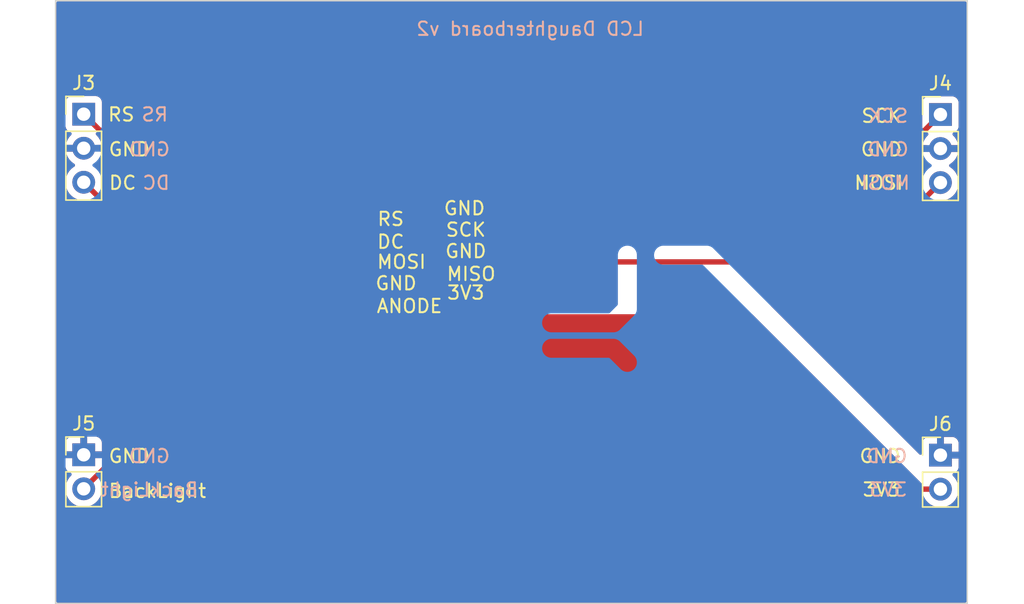
<source format=kicad_pcb>
(kicad_pcb (version 20240108) (generator "pcbnew") (generator_version "8.0")
  (layers (0 "F.Cu" signal) (31 "B.Cu" signal) (34 "B.Paste" user) (35 "F.Paste" user) (36 "B.SilkS" user "B.Silkscreen") (37 "F.SilkS" user "F.Silkscreen") (38 "B.Mask" user) (39 "F.Mask" user) (44 "Edge.Cuts" user))
  (net 0 "")
  (net 1 "GND")
  (net 3 "+3.3V")
  (net 5 "/LCD_DC")
  (net 6 "/LCD_RESET")
  (net 8 "/LCD_MOSI")
  (net 10 "/BackLight")
  (net 12 "/LCD_SCK")
  (footprint "Custom_Footprints:18x0.8mmLCDConnector" (layer "F.Cu") (at 121.5 115.5 -90)
    (property "Reference" "U1" (hide yes))
    (property "Value" "ILI9341_SPI_Bare")
    (pad "1" smd rect (at 0 0 270) (size 0.4 3) (layers "F.Cu" "F.Paste" "F.Mask") (net 1 "GND"))
    (pad "2" smd rect (at 0.8 0 270) (size 0.4 3) (layers "F.Cu" "F.Paste" "F.Mask") (net 6 "/LCD_RESET"))
    (pad "3" smd rect (at 1.6 0 270) (size 0.4 3) (layers "F.Cu" "F.Paste" "F.Mask") (net 12 "/LCD_SCK"))
    (pad "4" smd rect (at 2.4 0 270) (size 0.4 3) (layers "F.Cu" "F.Paste" "F.Mask") (net 5 "/LCD_DC"))
    (pad "5" smd rect (at 3.2 0 270) (size 0.4 3) (layers "F.Cu" "F.Paste" "F.Mask") (net 1 "GND"))
    (pad "6" smd rect (at 4 0 270) (size 0.4 3) (layers "F.Cu" "F.Paste" "F.Mask") (net 8 "/LCD_MOSI"))
    (pad "7" smd rect (at 4.8 0 270) (size 0.4 3) (layers "F.Cu" "F.Paste" "F.Mask"))
    (pad "8" smd rect (at 5.6 0 270) (size 0.4 3) (layers "F.Cu" "F.Paste" "F.Mask") (net 1 "GND"))
    (pad "9" smd rect (at 6.4 0 270) (size 0.4 3) (layers "F.Cu" "F.Paste" "F.Mask") (net 3 "+3.3V"))
    (pad "10" smd rect (at 7.2 0 270) (size 0.4 3) (layers "F.Cu" "F.Paste" "F.Mask") (net 10 "/BackLight"))
    (pad "11" smd rect (at 8 0 270) (size 0.4 3) (layers "F.Cu" "F.Paste" "F.Mask") (net 1 "GND"))
    (pad "12" smd rect (at 8.8 0 270) (size 0.4 3) (layers "F.Cu" "F.Paste" "F.Mask") (net 1 "GND"))
    (pad "13" smd rect (at 9.6 0 270) (size 0.4 3) (layers "F.Cu" "F.Paste" "F.Mask") (net 1 "GND"))
    (pad "14" smd rect (at 10.4 0 270) (size 0.4 3) (layers "F.Cu" "F.Paste" "F.Mask") (net 1 "GND"))
    (pad "15" smd rect (at 11.2 0 270) (size 0.4 3) (layers "F.Cu" "F.Paste" "F.Mask"))
    (pad "16" smd rect (at 12 0 270) (size 0.4 3) (layers "F.Cu" "F.Paste" "F.Mask"))
    (pad "17" smd rect (at 12.8 0 270) (size 0.4 3) (layers "F.Cu" "F.Paste" "F.Mask"))
    (pad "18" smd rect (at 13.6 0 270) (size 0.4 3) (layers "F.Cu" "F.Paste" "F.Mask"))
  )
  (footprint "Connector_PinHeader_2.54mm:PinHeader_1x02_P2.54mm_Vertical" (layer "F.Cu") (at 102.1 133.9)
    (property "Reference" "J5" (at 0 -2.33 0) (layer "F.SilkS"))
    (property "Value" "Conn_01x02_Pin")
    (fp_line (start -1.33 -1.33) (end 0 -1.33) (stroke (width 0.12)) (layer "F.SilkS"))
    (fp_line (start -1.33 0) (end -1.33 -1.33) (stroke (width 0.12)) (layer "F.SilkS"))
    (fp_line (start -1.33 1.27) (end -1.33 3.87) (stroke (width 0.12)) (layer "F.SilkS"))
    (fp_line (start -1.33 1.27) (end 1.33 1.27) (stroke (width 0.12)) (layer "F.SilkS"))
    (fp_line (start -1.33 3.87) (end 1.33 3.87) (stroke (width 0.12)) (layer "F.SilkS"))
    (fp_line (start 1.33 1.27) (end 1.33 3.87) (stroke (width 0.12)) (layer "F.SilkS"))
    (pad "1" thru_hole rect (at 0 0) (size 1.7 1.7) (drill 1) (layers "*.Cu" "*.Mask") (net 1 "GND"))
    (pad "2" thru_hole oval (at 0 2.54) (size 1.7 1.7) (drill 1) (layers "*.Cu" "*.Mask") (net 10 "/BackLight"))
  )
  (footprint "Connector_PinHeader_2.54mm:PinHeader_1x03_P2.54mm_Vertical" (layer "F.Cu") (at 102.1 108.475)
    (property "Reference" "J3" (at 0 -2.33 0) (layer "F.SilkS"))
    (property "Value" "Conn_01x03_Pin")
    (fp_line (start -1.33 -1.33) (end 0 -1.33) (stroke (width 0.12)) (layer "F.SilkS"))
    (fp_line (start -1.33 0) (end -1.33 -1.33) (stroke (width 0.12)) (layer "F.SilkS"))
    (fp_line (start -1.33 1.27) (end -1.33 6.41) (stroke (width 0.12)) (layer "F.SilkS"))
    (fp_line (start -1.33 1.27) (end 1.33 1.27) (stroke (width 0.12)) (layer "F.SilkS"))
    (fp_line (start -1.33 6.41) (end 1.33 6.41) (stroke (width 0.12)) (layer "F.SilkS"))
    (fp_line (start 1.33 1.27) (end 1.33 6.41) (stroke (width 0.12)) (layer "F.SilkS"))
    (pad "1" thru_hole rect (at 0 0) (size 1.7 1.7) (drill 1) (layers "*.Cu" "*.Mask") (net 6 "/LCD_RESET"))
    (pad "2" thru_hole oval (at 0 2.54) (size 1.7 1.7) (drill 1) (layers "*.Cu" "*.Mask") (net 1 "GND"))
    (pad "3" thru_hole oval (at 0 5.08) (size 1.7 1.7) (drill 1) (layers "*.Cu" "*.Mask") (net 5 "/LCD_DC"))
  )
  (footprint "Connector_PinHeader_2.54mm:PinHeader_1x03_P2.54mm_Vertical" (layer "F.Cu") (at 166 108.5)
    (property "Reference" "J4" (at 0 -2.33 0) (layer "F.SilkS"))
    (property "Value" "Conn_01x03_Pin")
    (fp_line (start -1.33 -1.33) (end 0 -1.33) (stroke (width 0.12)) (layer "F.SilkS"))
    (fp_line (start -1.33 0) (end -1.33 -1.33) (stroke (width 0.12)) (layer "F.SilkS"))
    (fp_line (start -1.33 1.27) (end -1.33 6.41) (stroke (width 0.12)) (layer "F.SilkS"))
    (fp_line (start -1.33 1.27) (end 1.33 1.27) (stroke (width 0.12)) (layer "F.SilkS"))
    (fp_line (start -1.33 6.41) (end 1.33 6.41) (stroke (width 0.12)) (layer "F.SilkS"))
    (fp_line (start 1.33 1.27) (end 1.33 6.41) (stroke (width 0.12)) (layer "F.SilkS"))
    (pad "1" thru_hole rect (at 0 0) (size 1.7 1.7) (drill 1) (layers "*.Cu" "*.Mask") (net 12 "/LCD_SCK"))
    (pad "2" thru_hole oval (at 0 2.54) (size 1.7 1.7) (drill 1) (layers "*.Cu" "*.Mask") (net 1 "GND"))
    (pad "3" thru_hole oval (at 0 5.08) (size 1.7 1.7) (drill 1) (layers "*.Cu" "*.Mask") (net 8 "/LCD_MOSI"))
  )
  (footprint "Connector_PinHeader_2.54mm:PinHeader_1x02_P2.54mm_Vertical" (layer "F.Cu") (at 166 133.925)
    (property "Reference" "J6" (at 0 -2.33 0) (layer "F.SilkS"))
    (property "Value" "Conn_01x02_Pin")
    (fp_line (start -1.33 -1.33) (end 0 -1.33) (stroke (width 0.12)) (layer "F.SilkS"))
    (fp_line (start -1.33 0) (end -1.33 -1.33) (stroke (width 0.12)) (layer "F.SilkS"))
    (fp_line (start -1.33 1.27) (end -1.33 3.87) (stroke (width 0.12)) (layer "F.SilkS"))
    (fp_line (start -1.33 1.27) (end 1.33 1.27) (stroke (width 0.12)) (layer "F.SilkS"))
    (fp_line (start -1.33 3.87) (end 1.33 3.87) (stroke (width 0.12)) (layer "F.SilkS"))
    (fp_line (start 1.33 1.27) (end 1.33 3.87) (stroke (width 0.12)) (layer "F.SilkS"))
    (pad "1" thru_hole rect (at 0 0) (size 1.7 1.7) (drill 1) (layers "*.Cu" "*.Mask") (net 1 "GND"))
    (pad "2" thru_hole oval (at 0 2.54) (size 1.7 1.7) (drill 1) (layers "*.Cu" "*.Mask") (net 3 "+3.3V"))
  )
  (gr_line (start 100 145) (end 168 145) (stroke (width 0.1)) (layer "Edge.Cuts"))
  (gr_line (start 168 100) (end 168 145) (stroke (width 0.1)) (layer "Edge.Cuts"))
  (gr_line (start 100 100) (end 168 100) (stroke (width 0.1)) (layer "Edge.Cuts"))
  (gr_line (start 100 100) (end 100 145) (stroke (width 0.1)) (layer "Edge.Cuts"))
  (gr_text "RS" (at 107.4 108.5 0) (layer "B.SilkS") (effects (font (size 1 1)) (justify mirror)))
  (gr_text "GND" (at 107 111.1 0) (layer "B.SilkS") (effects (font (size 1 1)) (justify mirror)))
  (gr_text "MOSI" (at 161.9 113.6 0) (layer "B.SilkS") (effects (font (size 1 1)) (justify mirror)))
  (gr_text "GND" (at 107 134 0) (layer "B.SilkS") (effects (font (size 1 1)) (justify mirror)))
  (gr_text "BackLight" (at 107 136.5 0) (layer "B.SilkS") (effects (font (size 1 1)) (justify mirror)))
  (gr_text "DC" (at 107.5 113.6 0) (layer "B.SilkS") (effects (font (size 1 1)) (justify mirror)))
  (gr_text "GND" (at 162.1 111.1 0) (layer "B.SilkS") (effects (font (size 1 1)) (justify mirror)))
  (gr_text "SCK" (at 162.1 108.6 0) (layer "B.SilkS") (effects (font (size 1 1)) (justify mirror)))
  (gr_text "GND" (at 162 134 0) (layer "B.SilkS") (effects (font (size 1 1)) (justify mirror)))
  (gr_text "3V3" (at 162.1 136.5 0) (layer "B.SilkS") (effects (font (size 1 1)) (justify mirror)))
  (gr_text "LCD Daughterboard v2" (at 135.4 102.1 0) (layer "B.SilkS") (effects (font (size 1 1)) (justify mirror)))
  (gr_text "RS" (at 104.9 108.5 0) (layer "F.SilkS") (effects (font (size 1 1))))
  (gr_text "MOSI" (at 161.4 113.6 0) (layer "F.SilkS") (effects (font (size 1 1))))
  (gr_text "GND" (at 105.5 134 0) (layer "F.SilkS") (effects (font (size 1 1))))
  (gr_text "DC" (at 105 113.6 0) (layer "F.SilkS") (effects (font (size 1 1))))
  (gr_text "BackLight" (at 107.6 136.6 0) (layer "F.SilkS") (effects (font (size 1 1))))
  (gr_text "3V3" (at 161.6 136.5 0) (layer "F.SilkS") (effects (font (size 1 1))))
  (gr_text "GND" (at 161.5 134 0) (layer "F.SilkS") (effects (font (size 1 1))))
  (gr_text "GND" (at 161.6 111.1 0) (layer "F.SilkS") (effects (font (size 1 1))))
  (gr_text "SCK" (at 161.6 108.6 0) (layer "F.SilkS") (effects (font (size 1 1))))
  (gr_text "3V3" (at 130.6 121.8 0) (layer "F.SilkS") (effects (font (size 1 1))))
  (gr_text "DC" (at 125 118 0) (layer "F.SilkS") (effects (font (size 1 1))))
  (gr_text "GND" (at 130.6 118.7 0) (layer "F.SilkS") (effects (font (size 1 1))))
  (gr_text "MISO" (at 131 120.4 0) (layer "F.SilkS") (effects (font (size 1 1))))
  (gr_text "GND" (at 125.4 121.1 0) (layer "F.SilkS") (effects (font (size 1 1))))
  (gr_text "MOSI" (at 125.8 119.5 0) (layer "F.SilkS") (effects (font (size 1 1))))
  (gr_text "ANODE" (at 126.4 122.8 0) (layer "F.SilkS") (effects (font (size 1 1))))
  (gr_text "GND" (at 130.5 115.5 0) (layer "F.SilkS") (effects (font (size 1 1))))
  (gr_text "RS" (at 125 116.3 0) (layer "F.SilkS") (effects (font (size 1 1))))
  (gr_text "SCK" (at 130.6 117.1 0) (layer "F.SilkS") (effects (font (size 1 1))))
  (gr_text "GND" (at 105.5 111.1 0) (layer "F.SilkS") (effects (font (size 1 1))))
  (segment (start 121.6 125) (end 121.5 125.1) (width 0.4) (layer "F.Cu") (net 1))
  (segment (start 121.5 125.9) (end 121.5 123.5) (width 0.4) (layer "F.Cu") (net 1))
  (segment (start 121.46 118.66) (end 121.5 118.7) (width 0.4) (layer "F.Cu") (net 1))
  (segment (start 135 125) (end 128 125) (width 0.4) (layer "B.Cu") (net 1))
  (segment (start 143.665 136.465) (end 129.1 121.9) (width 0.4) (layer "F.Cu") (net 3))
  (segment (start 166 136.465) (end 143.665 136.465) (width 0.4) (layer "F.Cu") (net 3))
  (segment (start 129.1 121.9) (end 121.5 121.9) (width 0.4) (layer "F.Cu") (net 3))
  (segment (start 121.5 117.9) (end 106.445 117.9) (width 0.4) (layer "F.Cu") (net 5))
  (segment (start 106.445 117.9) (end 102.1 113.555) (width 0.4) (layer "F.Cu") (net 5))
  (segment (start 121.5 116.3) (end 109.925 116.3) (width 0.4) (layer "F.Cu") (net 6))
  (segment (start 109.925 116.3) (end 102.1 108.475) (width 0.4) (layer "F.Cu") (net 6))
  (segment (start 121.5 119.5) (end 160.08 119.5) (width 0.4) (layer "F.Cu") (net 8))
  (segment (start 160.08 119.5) (end 166 113.58) (width 0.4) (layer "F.Cu") (net 8))
  (segment (start 102.1 136.44) (end 115.84 122.7) (width 0.4) (layer "F.Cu") (net 10))
  (segment (start 115.84 122.7) (end 121.5 122.7) (width 0.4) (layer "F.Cu") (net 10))
  (segment (start 121.5 117.1) (end 157.4 117.1) (width 0.4) (layer "F.Cu") (net 12))
  (segment (start 157.4 117.1) (end 166 108.5) (width 0.4) (layer "F.Cu") (net 12))
  (zone (net 1) (net_name "GND") (layer "F.Cu") (connect_pads (clearance 0.508)) (min_thickness 0.254) (fill yes (thermal_gap 0.508) (thermal_bridge_width 0.508))
    (polygon (pts (xy 100 100) (xy 168 100) (xy 168 145) (xy 100 145)))
  )
  (zone (net 1) (net_name "GND") (layer "B.Cu") (connect_pads (clearance 0.508)) (min_thickness 0.254) (fill yes (thermal_gap 0.508) (thermal_bridge_width 0.508))
    (polygon (pts (xy 100 100) (xy 168 100) (xy 168 145) (xy 100 145)))
  )
)
</source>
